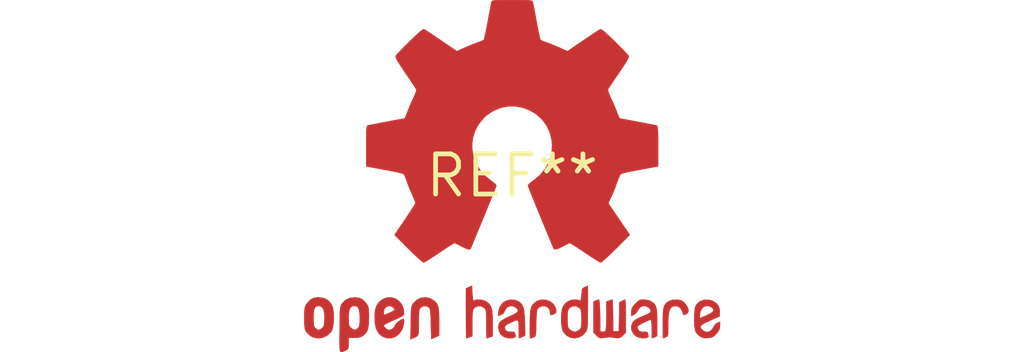
<source format=kicad_pcb>
(kicad_pcb (version 20240108) (generator pcbnew)
  (layers (0 "F.Cu" signal) (31 "B.Cu" signal) (34 "B.Paste" user) (35 "F.Paste" user) (36 "B.SilkS" user "B.Silkscreen") (37 "F.SilkS" user "F.Silkscreen") (38 "B.Mask" user) (39 "F.Mask" user) (44 "Edge.Cuts" user))
  (net 0 "")
  (footprint "OSHW-Logo2_14.6x12mm_Copper" (layer "F.Cu") (at 0 0)
    (property "Reference" "REF**")
    (property "Value" "OSHW-Logo2_14.6x12mm_Copper")
    (fp_poly (pts (xy 5.33569 3.940018) (xy 5.370585 3.955269) (xy 5.453877 4.021235) (xy 5.525103 4.116618) (xy 5.569153 4.218406) (xy 5.576322 4.268587) (xy 5.552285 4.338647) (xy 5.499561 4.375717) (xy 5.443031 4.398164) (xy 5.417146 4.4023) (xy 5.404542 4.372283) (xy 5.379654 4.306961) (xy 5.368735 4.277445) (xy 5.307508 4.175348) (xy 5.218861 4.124423) (xy 5.105193 4.125989) (xy 5.096774 4.127994) (xy 5.036088 4.156767) (xy 4.991474 4.212859) (xy 4.961002 4.303163) (xy 4.942744 4.434571) (xy 4.934771 4.613974) (xy 4.934023 4.709433) (xy 4.933652 4.859913) (xy 4.931223 4.962495) (xy 4.92476 5.027672) (xy 4.912288 5.065938) (xy 4.891833 5.087785) (xy 4.861419 5.103707) (xy 4.859661 5.104509) (xy 4.801091 5.129272) (xy 4.772075 5.138391) (xy 4.767616 5.110822) (xy 4.763799 5.03462) (xy 4.760899 4.919541) (xy 4.759191 4.775341) (xy 4.758851 4.669814) (xy 4.760588 4.465613) (xy 4.767382 4.310697) (xy 4.781607 4.196024) (xy 4.805638 4.112551) (xy 4.841848 4.051236) (xy 4.892612 4.003034) (xy 4.942739 3.969393) (xy 5.063275 3.924619) (xy 5.203557 3.914521) (xy 5.33569 3.940018)) (layer "F.Cu") (stroke (width 0.01)) (fill solid))
    (fp_poly (pts (xy -2.582571 3.877719) (xy -2.488877 3.931914) (xy -2.423736 3.985707) (xy -2.376093 4.042066) (xy -2.343272 4.110987) (xy -2.322594 4.202468) (xy -2.31138 4.326506) (xy -2.306951 4.493098) (xy -2.306437 4.612851) (xy -2.306437 5.053659) (xy -2.430517 5.109283) (xy -2.554598 5.164907) (xy -2.569195 4.682095) (xy -2.575227 4.501779) (xy -2.581555 4.370901) (xy -2.589394 4.280511) (xy -2.599963 4.221664) (xy -2.614477 4.185413) (xy -2.634152 4.16281) (xy -2.640465 4.157917) (xy -2.736112 4.119706) (xy -2.832793 4.134827) (xy -2.890345 4.174943) (xy -2.913755 4.20337) (xy -2.929961 4.240672) (xy -2.940259 4.297223) (xy -2.945951 4.383394) (xy -2.948336 4.509558) (xy -2.948736 4.641042) (xy -2.948814 4.805999) (xy -2.951639 4.922761) (xy -2.961093 5.00151) (xy -2.98106 5.052431) (xy -3.015424 5.085706) (xy -3.068068 5.11152) (xy -3.138383 5.138344) (xy -3.21518 5.167542) (xy -3.206038 4.649346) (xy -3.202357 4.462539) (xy -3.19805 4.32449) (xy -3.191877 4.225568) (xy -3.182598 4.156145) (xy -3.168973 4.10659) (xy -3.149761 4.067273) (xy -3.126598 4.032584) (xy -3.014848 3.92177) (xy -2.878487 3.857689) (xy -2.730175 3.842339) (xy -2.582571 3.877719)) (layer "F.Cu") (stroke (width 0.01)) (fill solid))
    (fp_poly (pts (xy 1.065943 3.92192) (xy 1.198565 3.970859) (xy 1.30601 4.057419) (xy 1.348032 4.118352) (xy 1.393843 4.230161) (xy 1.392891 4.311006) (xy 1.344808 4.365378) (xy 1.327017 4.374624) (xy 1.250204 4.40345) (xy 1.210976 4.396065) (xy 1.197689 4.347658) (xy 1.197012 4.32092) (xy 1.172686 4.222548) (xy 1.109281 4.153734) (xy 1.021154 4.120498) (xy 0.922663 4.128861) (xy 0.842602 4.172296) (xy 0.815561 4.197072) (xy 0.796394 4.227129) (xy 0.783446 4.272565) (xy 0.775064 4.343476) (xy 0.769593 4.44996) (xy 0.765378 4.602112) (xy 0.764287 4.650287) (xy 0.760307 4.815095) (xy 0.755781 4.931088) (xy 0.748995 5.007833) (xy 0.738231 5.054893) (xy 0.721773 5.081835) (xy 0.697906 5.098223) (xy 0.682626 5.105463) (xy 0.617733 5.13022) (xy 0.579534 5.138391) (xy 0.566912 5.111103) (xy 0.559208 5.028603) (xy 0.55638 4.889941) (xy 0.558386 4.694162) (xy 0.559011 4.663965) (xy 0.563421 4.485349) (xy 0.568635 4.354923) (xy 0.576055 4.262492) (xy 0.587082 4.197858) (xy 0.603117 4.150825) (xy 0.625561 4.111196) (xy 0.637302 4.094215) (xy 0.704619 4.01908) (xy 0.77991 3.960638) (xy 0.789128 3.955536) (xy 0.924133 3.91526) (xy 1.065943 3.92192)) (layer "F.Cu") (stroke (width 0.01)) (fill solid))
    (fp_poly (pts (xy 3.580124 3.93984) (xy 3.584579 4.016653) (xy 3.588071 4.133391) (xy 3.590315 4.280821) (xy 3.591035 4.435455) (xy 3.591035 4.958727) (xy 3.498645 5.051117) (xy 3.434978 5.108047) (xy 3.379089 5.131107) (xy 3.302702 5.129647) (xy 3.27238 5.125934) (xy 3.17761 5.115126) (xy 3.099222 5.108933) (xy 3.080115 5.108361) (xy 3.015699 5.112102) (xy 2.923571 5.121494) (xy 2.88785 5.125934) (xy 2.800114 5.132801) (xy 2.741153 5.117885) (xy 2.68269 5.071835) (xy 2.661585 5.051117) (xy 2.569195 4.958727) (xy 2.569195 3.979947) (xy 2.643558 3.946066) (xy 2.70759 3.92097) (xy 2.745052 3.912184) (xy 2.754657 3.93995) (xy 2.763635 4.01753) (xy 2.771386 4.136348) (xy 2.777314 4.287828) (xy 2.780173 4.415805) (xy 2.788161 4.919425) (xy 2.857848 4.929278) (xy 2.921229 4.922389) (xy 2.952286 4.900083) (xy 2.960967 4.858379) (xy 2.968378 4.769544) (xy 2.973931 4.644834) (xy 2.977036 4.495507) (xy 2.977484 4.418661) (xy 2.977931 3.976287) (xy 3.069874 3.944235) (xy 3.134949 3.922443) (xy 3.170347 3.912281) (xy 3.171368 3.912184) (xy 3.17492 3.939809) (xy 3.178823 4.016411) (xy 3.182751 4.132579) (xy 3.186376 4.278904) (xy 3.188908 4.415805) (xy 3.196897 4.919425) (xy 3.372069 4.919425) (xy 3.380107 4.459965) (xy 3.388146 4.000505) (xy 3.473543 3.956344) (xy 3.536593 3.926019) (xy 3.57391 3.912258) (xy 3.574987 3.912184) (xy 3.580124 3.93984)) (layer "F.Cu") (stroke (width 0.01)) (fill solid))
    (fp_poly (pts (xy -1.255402 3.723857) (xy -1.246846 3.843188) (xy -1.237019 3.913506) (xy -1.223401 3.944179) (xy -1.203473 3.944571) (xy -1.197011 3.94091) (xy -1.11106 3.914398) (xy -0.999255 3.915946) (xy -0.885586 3.943199) (xy -0.81449 3.978455) (xy -0.741595 4.034778) (xy -0.688307 4.098519) (xy -0.651725 4.17951) (xy -0.62895 4.287586) (xy -0.617081 4.43258) (xy -0.613218 4.624326) (xy -0.613149 4.661109) (xy -0.613103 5.074288) (xy -0.705046 5.106339) (xy -0.770348 5.128144) (xy -0.806176 5.138297) (xy -0.80723 5.138391) (xy -0.810758 5.11086) (xy -0.813761 5.034923) (xy -0.81601 4.920565) (xy -0.817276 4.777769) (xy -0.817471 4.690951) (xy -0.817877 4.519773) (xy -0.819968 4.397088) (xy -0.825053 4.313) (xy -0.83444 4.257614) (xy -0.849439 4.221032) (xy -0.871358 4.193359) (xy -0.885043 4.180032) (xy -0.979051 4.126328) (xy -1.081636 4.122307) (xy -1.17471 4.167725) (xy -1.191922 4.184123) (xy -1.217168 4.214957) (xy -1.23468 4.251531) (xy -1.245858 4.304415) (xy -1.252104 4.384177) (xy -1.254818 4.501385) (xy -1.255402 4.662991) (xy -1.255402 5.074288) (xy -1.347345 5.106339) (xy -1.412647 5.128144) (xy -1.448475 5.138297) (xy -1.449529 5.138391) (xy -1.452225 5.110448) (xy -1.454655 5.03163) (xy -1.456722 4.909453) (xy -1.458329 4.751432) (xy -1.459377 4.565083) (xy -1.459769 4.35792) (xy -1.45977 4.348706) (xy -1.45977 3.55902) (xy -1.364885 3.518997) (xy -1.27 3.478973) (xy -1.255402 3.723857)) (layer "F.Cu") (stroke (width 0.01)) (fill solid))
    (fp_poly (pts (xy -5.951779 3.866015) (xy -5.814939 3.937968) (xy -5.713949 4.053766) (xy -5.678075 4.128213) (xy -5.650161 4.239992) (xy -5.635871 4.381227) (xy -5.634516 4.535371) (xy -5.645405 4.685879) (xy -5.667847 4.816205) (xy -5.70115 4.909803) (xy -5.711385 4.925922) (xy -5.832618 5.046249) (xy -5.976613 5.118317) (xy -6.132861 5.139408) (xy -6.290852 5.106802) (xy -6.33482 5.087253) (xy -6.420444 5.027012) (xy -6.495592 4.947135) (xy -6.502694 4.937004) (xy -6.531561 4.888181) (xy -6.550643 4.83599) (xy -6.561916 4.767285) (xy -6.567355 4.668918) (xy -6.568938 4.527744) (xy -6.568965 4.496092) (xy -6.568893 4.486019) (xy -6.277011 4.486019) (xy -6.275313 4.619256) (xy -6.268628 4.707674) (xy -6.254575 4.764785) (xy -6.230771 4.804102) (xy -6.218621 4.817241) (xy -6.148764 4.867172) (xy -6.080941 4.864895) (xy -6.012365 4.821584) (xy -5.971465 4.775346) (xy -5.947242 4.707857) (xy -5.933639 4.601433) (xy -5.932706 4.58902) (xy -5.930384 4.396147) (xy -5.95465 4.2529) (xy -6.005176 4.16016) (xy -6.081632 4.118807) (xy -6.108924 4.116552) (xy -6.180589 4.127893) (xy -6.22961 4.167184) (xy -6.259582 4.242326) (xy -6.274101 4.361222) (xy -6.277011 4.486019) (xy -6.568893 4.486019) (xy -6.567878 4.345659) (xy -6.563312 4.240549) (xy -6.553312 4.167714) (xy -6.535921 4.114108) (xy -6.509184 4.066681) (xy -6.503276 4.057864) (xy -6.403968 3.939007) (xy -6.295758 3.870008) (xy -6.164019 3.842619) (xy -6.119283 3.841281) (xy -5.951779 3.866015)) (layer "F.Cu") (stroke (width 0.01)) (fill solid))
    (fp_poly (pts (xy 6.343439 3.95654) (xy 6.45895 4.032034) (xy 6.514664 4.099617) (xy 6.558804 4.222255) (xy 6.562309 4.319298) (xy 6.554368 4.449056) (xy 6.255115 4.580039) (xy 6.109611 4.646958) (xy 6.014537 4.70079) (xy 5.965101 4.747416) (xy 5.956511 4.79272) (xy 5.983972 4.842582) (xy 6.014253 4.875632) (xy 6.102363 4.928633) (xy 6.198196 4.932347) (xy 6.286212 4.891041) (xy 6.350869 4.808983) (xy 6.362433 4.780008) (xy 6.417825 4.689509) (xy 6.481553 4.65094) (xy 6.568966 4.617946) (xy 6.568966 4.743034) (xy 6.561238 4.828156) (xy 6.530966 4.899938) (xy 6.467518 4.982356) (xy 6.458088 4.993066) (xy 6.387513 5.066391) (xy 6.326847 5.105742) (xy 6.25095 5.123845) (xy 6.18803 5.129774) (xy 6.075487 5.131251) (xy 5.99537 5.112535) (xy 5.94539 5.084747) (xy 5.866838 5.023641) (xy 5.812463 4.957554) (xy 5.778052 4.874441) (xy 5.759388 4.762254) (xy 5.752256 4.608946) (xy 5.751687 4.531136) (xy 5.753622 4.437853) (xy 5.929899 4.437853) (xy 5.931944 4.487896) (xy 5.937039 4.496092) (xy 5.970666 4.484958) (xy 6.04303 4.455493) (xy 6.139747 4.413601) (xy 6.159973 4.404597) (xy 6.282203 4.342442) (xy 6.349547 4.287815) (xy 6.364348 4.236649) (xy 6.328947 4.184876) (xy 6.299711 4.162) (xy 6.194216 4.11625) (xy 6.095476 4.123808) (xy 6.012812 4.179651) (xy 5.955548 4.278753) (xy 5.937188 4.357414) (xy 5.929899 4.437853) (xy 5.753622 4.437853) (xy 5.755459 4.349351) (xy 5.769359 4.214853) (xy 5.796894 4.116916) (xy 5.841572 4.044811) (xy 5.906901 3.987813) (xy 5.935383 3.969393) (xy 6.064763 3.921422) (xy 6.206412 3.918403) (xy 6.343439 3.95654)) (layer "F.Cu") (stroke (width 0.01)) (fill solid))
    (fp_poly (pts (xy 2.393914 4.154455) (xy 2.393543 4.372661) (xy 2.392108 4.540519) (xy 2.389002 4.66607) (xy 2.383622 4.757355) (xy 2.375362 4.822415) (xy 2.363616 4.869291) (xy 2.347781 4.906024) (xy 2.33579 4.926991) (xy 2.23649 5.040694) (xy 2.110588 5.111965) (xy 1.971291 5.137538) (xy 1.831805 5.11415) (xy 1.748743 5.072119) (xy 1.661545 4.999411) (xy 1.602117 4.910612) (xy 1.566261 4.79432) (xy 1.549781 4.639135) (xy 1.547447 4.525287) (xy 1.547761 4.517106) (xy 1.751724 4.517106) (xy 1.75297 4.647657) (xy 1.758678 4.73408) (xy 1.771804 4.790618) (xy 1.795306 4.831514) (xy 1.823386 4.862362) (xy 1.917688 4.921905) (xy 2.01894 4.926992) (xy 2.114636 4.877279) (xy 2.122084 4.870543) (xy 2.153874 4.835502) (xy 2.173808 4.793811) (xy 2.1846 4.731762) (xy 2.188965 4.635644) (xy 2.189655 4.529379) (xy 2.188159 4.39588) (xy 2.181964 4.306822) (xy 2.168514 4.248293) (xy 2.145251 4.206382) (xy 2.126175 4.184123) (xy 2.037563 4.127985) (xy 1.935508 4.121235) (xy 1.838095 4.164114) (xy 1.819296 4.180032) (xy 1.787293 4.215382) (xy 1.767318 4.257502) (xy 1.756593 4.320251) (xy 1.752339 4.417487) (xy 1.751724 4.517106) (xy 1.547761 4.517106) (xy 1.554504 4.341947) (xy 1.578472 4.204195) (xy 1.623548 4.100632) (xy 1.693928 4.019856) (xy 1.748743 3.978455) (xy 1.848376 3.933728) (xy 1.963855 3.912967) (xy 2.071199 3.918525) (xy 2.131264 3.940943) (xy 2.154835 3.947323) (xy 2.170477 3.923535) (xy 2.181395 3.859788) (xy 2.189655 3.762687) (xy 2.198699 3.654541) (xy 2.211261 3.589475) (xy 2.234119 3.552268) (xy 2.274051 3.527699) (xy 2.299138 3.516819) (xy 2.394023 3.477072) (xy 2.393914 4.154455)) (layer "F.Cu") (stroke (width 0.01)) (fill solid))
    (fp_poly (pts (xy -3.684448 3.884676) (xy -3.569342 3.962111) (xy -3.480389 4.073949) (xy -3.427251 4.216265) (xy -3.416503 4.321015) (xy -3.417724 4.364726) (xy -3.427944 4.398194) (xy -3.456039 4.428179) (xy -3.510884 4.46144) (xy -3.601355 4.504738) (xy -3.736328 4.564833) (xy -3.737011 4.565134) (xy -3.861249 4.622037) (xy -3.963127 4.672565) (xy -4.032233 4.71128) (xy -4.058154 4.73274) (xy -4.058161 4.732913) (xy -4.035315 4.779644) (xy -3.981891 4.831154) (xy -3.920558 4.868261) (xy -3.889485 4.875632) (xy -3.804711 4.850138) (xy -3.731707 4.786291) (xy -3.696087 4.716094) (xy -3.66182 4.664343) (xy -3.594697 4.605409) (xy -3.515792 4.554496) (xy -3.446179 4.526809) (xy -3.431623 4.525287) (xy -3.415237 4.550321) (xy -3.41425 4.614311) (xy -3.426292 4.700593) (xy -3.448993 4.792501) (xy -3.479986 4.873369) (xy -3.481552 4.876509) (xy -3.574819 5.006734) (xy -3.695696 5.095311) (xy -3.832973 5.138786) (xy -3.97544 5.133706) (xy -4.111888 5.076616) (xy -4.117955 5.072602) (xy -4.22529 4.975326) (xy -4.295868 4.848409) (xy -4.334926 4.681526) (xy -4.340168 4.634639) (xy -4.349452 4.413329) (xy -4.338322 4.310124) (xy -4.058161 4.310124) (xy -4.054521 4.374503) (xy -4.034611 4.393291) (xy -3.984974 4.379235) (xy -3.906733 4.346009) (xy -3.819274 4.304359) (xy -3.817101 4.303256) (xy -3.74297 4.264265) (xy -3.713219 4.238244) (xy -3.720555 4.210965) (xy -3.751447 4.175121) (xy -3.83004 4.123251) (xy -3.914677 4.119439) (xy -3.990597 4.157189) (xy -4.043035 4.230001) (xy -4.058161 4.310124) (xy -4.338322 4.310124) (xy -4.330356 4.236261) (xy -4.281366 4.095829) (xy -4.213164 3.997447) (xy -4.090065 3.89803) (xy -3.954472 3.848711) (xy -3.816045 3.845568) (xy -3.684448 3.884676)) (layer "F.Cu") (stroke (width 0.01)) (fill solid))
    (fp_poly (pts (xy 0.079944 3.92436) (xy 0.194343 3.966842) (xy 0.195652 3.967658) (xy 0.266403 4.01973) (xy 0.318636 4.080584) (xy 0.355371 4.159887) (xy 0.379634 4.267309) (xy 0.394445 4.412517) (xy 0.402829 4.605179) (xy 0.403564 4.632628) (xy 0.41412 5.046521) (xy 0.325291 5.092456) (xy 0.261018 5.123498) (xy 0.22221 5.138206) (xy 0.220415 5.138391) (xy 0.2137 5.11125) (xy 0.208365 5.038041) (xy 0.205083 4.931081) (xy 0.204368 4.844469) (xy 0.204351 4.704162) (xy 0.197937 4.616051) (xy 0.17558 4.574025) (xy 0.127732 4.571975) (xy 0.044849 4.60379) (xy -0.080287 4.662272) (xy -0.172303 4.710845) (xy -0.219629 4.752986) (xy -0.233542 4.798916) (xy -0.233563 4.801189) (xy -0.210605 4.880311) (xy -0.14263 4.923055) (xy -0.038602 4.929246) (xy 0.03633 4.928172) (xy 0.075839 4.949753) (xy 0.100478 5.001591) (xy 0.114659 5.067632) (xy 0.094223 5.105104) (xy 0.086528 5.110467) (xy 0.014083 5.132006) (xy -0.087367 5.135055) (xy -0.191843 5.120778) (xy -0.265875 5.094688) (xy -0.368228 5.007785) (xy -0.426409 4.886816) (xy -0.437931 4.792308) (xy -0.429138 4.707062) (xy -0.39732 4.637476) (xy -0.334316 4.575672) (xy -0.231969 4.513772) (xy -0.082118 4.443897) (xy -0.072988 4.439948) (xy 0.061997 4.377588) (xy 0.145294 4.326446) (xy 0.180997 4.280488) (xy 0.173203 4.233683) (xy 0.126007 4.179998) (xy 0.111894 4.167644) (xy 0.017359 4.119741) (xy -0.080594 4.121758) (xy -0.165903 4.168724) (xy -0.222504 4.255669) (xy -0.227763 4.272734) (xy -0.278977 4.355504) (xy -0.343963 4.395372) (xy -0.437931 4.434882) (xy -0.437931 4.332658) (xy -0.409347 4.184072) (xy -0.324505 4.047784) (xy -0.280355 4.002191) (xy -0.179995 3.943674) (xy -0.052365 3.917184) (xy 0.079944 3.92436)) (layer "F.Cu") (stroke (width 0.01)) (fill solid))
    (fp_poly (pts (xy -4.8281 3.861903) (xy -4.71655 3.917522) (xy -4.618092 4.019931) (xy -4.590977 4.057864) (xy -4.561438 4.1075) (xy -4.542272 4.161412) (xy -4.531307 4.233364) (xy -4.526371 4.337122) (xy -4.525287 4.474101) (xy -4.530182 4.661815) (xy -4.547196 4.802758) (xy -4.579823 4.907908) (xy -4.631558 4.988243) (xy -4.705896 5.054741) (xy -4.711358 5.058678) (xy -4.78462 5.098953) (xy -4.87284 5.11888) (xy -4.985038 5.123793) (xy -5.167433 5.123793) (xy -5.167509 5.300857) (xy -5.169207 5.39947) (xy -5.17955 5.457314) (xy -5.206578 5.492006) (xy -5.258332 5.521164) (xy -5.270761 5.527121) (xy -5.328923 5.555039) (xy -5.373956 5.572672) (xy -5.407441 5.574194) (xy -5.430962 5.553781) (xy -5.4461 5.505607) (xy -5.454437 5.423846) (xy -5.457556 5.302672) (xy -5.45704 5.13626) (xy -5.454471 4.918785) (xy -5.453668 4.853736) (xy -5.450778 4.629502) (xy -5.448188 4.482821) (xy -5.167586 4.482821) (xy -5.166009 4.607326) (xy -5.159 4.688787) (xy -5.143142 4.742515) (xy -5.115019 4.783823) (xy -5.095925 4.803971) (xy -5.017865 4.862921) (xy -4.948753 4.86772) (xy -4.87744 4.819038) (xy -4.875632 4.817241) (xy -4.846617 4.779618) (xy -4.828967 4.728484) (xy -4.820064 4.649738) (xy -4.817291 4.529276) (xy -4.817241 4.502588) (xy -4.823942 4.336583) (xy -4.845752 4.221505) (xy -4.885235 4.151254) (xy -4.944956 4.119729) (xy -4.979472 4.116552) (xy -5.061389 4.13146) (xy -5.117579 4.180548) (xy -5.151402 4.270362) (xy -5.16622 4.407445) (xy -5.167586 4.482821) (xy -5.448188 4.482821) (xy -5.447713 4.455952) (xy -5.443753 4.325382) (xy -5.438174 4.230087) (xy -5.430254 4.162364) (xy -5.419269 4.114507) (xy -5.404499 4.078813) (xy -5.385218 4.047578) (xy -5.376951 4.035824) (xy -5.267288 3.924797) (xy -5.128635 3.861847) (xy -4.968246 3.844297) (xy -4.8281 3.861903)) (layer "F.Cu") (stroke (width 0.01)) (fill solid))
    (fp_poly (pts (xy 4.314406 3.935156) (xy 4.398469 3.973393) (xy 4.46445 4.019726) (xy 4.512794 4.071532) (xy 4.546172 4.138363) (xy 4.567253 4.229769) (xy 4.578707 4.355301) (xy 4.583203 4.524508) (xy 4.583678 4.635933) (xy 4.583678 5.070627) (xy 4.509316 5.104509) (xy 4.450746 5.129272) (xy 4.42173 5.138391) (xy 4.416179 5.111257) (xy 4.411775 5.038094) (xy 4.409078 4.931263) (xy 4.408506 4.846437) (xy 4.406046 4.723887) (xy 4.399412 4.626668) (xy 4.389726 4.567134) (xy 4.382032 4.554483) (xy 4.330311 4.567402) (xy 4.249117 4.600539) (xy 4.155102 4.645461) (xy 4.064917 4.693735) (xy 3.995215 4.736928) (xy 3.962648 4.766608) (xy 3.962519 4.766929) (xy 3.96532 4.821857) (xy 3.990439 4.874292) (xy 4.034541 4.916881) (xy 4.098909 4.931126) (xy 4.153921 4.929466) (xy 4.231835 4.928245) (xy 4.272732 4.946498) (xy 4.297295 4.994726) (xy 4.300392 5.00382) (xy 4.31104 5.072598) (xy 4.282565 5.11436) (xy 4.208344 5.134263) (xy 4.128168 5.137944) (xy 3.98389 5.110658) (xy 3.909203 5.07169) (xy 3.816963 4.980148) (xy 3.768043 4.867782) (xy 3.763654 4.749051) (xy 3.805001 4.638411) (xy 3.867197 4.56908) (xy 3.929294 4.530265) (xy 4.026895 4.481125) (xy 4.140632 4.431292) (xy 4.15959 4.423677) (xy 4.284521 4.368545) (xy 4.356539 4.319954) (xy 4.3797 4.271647) (xy 4.358064 4.21737) (xy 4.32092 4.174943) (xy 4.233127 4.122702) (xy 4.13653 4.118784) (xy 4.047944 4.159041) (xy 3.984186 4.239326) (xy 3.975817 4.26004) (xy 3.927096 4.336225) (xy 3.855965 4.392785) (xy 3.766207 4.439201) (xy 3.766207 4.307584) (xy 3.77149 4.227168) (xy 3.794142 4.163786) (xy 3.844367 4.096163) (xy 3.892582 4.044076) (xy 3.967554 3.970322) (xy 4.025806 3.930702) (xy 4.088372 3.91481) (xy 4.159193 3.912184) (xy 4.314406 3.935156)) (layer "F.Cu") (stroke (width 0.01)) (fill solid))
    (fp_poly (pts (xy 0.209014 -5.547002) (xy 0.367006 -5.546137) (xy 0.481347 -5.543795) (xy 0.559407 -5.539238) (xy 0.608554 -5.53173) (xy 0.636159 -5.520534) (xy 0.649592 -5.504912) (xy 0.656221 -5.484127) (xy 0.656865 -5.481437) (xy 0.666935 -5.432887) (xy 0.685575 -5.337095) (xy 0.710845 -5.204257) (xy 0.740807 -5.044569) (xy 0.773522 -4.868226) (xy 0.774664 -4.862033) (xy 0.807433 -4.689218) (xy 0.838093 -4.536531) (xy 0.864664 -4.413129) (xy 0.885167 -4.328169) (xy 0.897626 -4.29081) (xy 0.89822 -4.290148) (xy 0.934919 -4.271905) (xy 1.010586 -4.241503) (xy 1.108878 -4.205507) (xy 1.109425 -4.205315) (xy 1.233233 -4.158778) (xy 1.379196 -4.099496) (xy 1.516781 -4.039891) (xy 1.523293 -4.036944) (xy 1.74739 -3.935235) (xy 2.243619 -4.274103) (xy 2.395846 -4.377408) (xy 2.533741 -4.469763) (xy 2.649315 -4.545916) (xy 2.734579 -4.600615) (xy 2.781544 -4.628607) (xy 2.786004 -4.630683) (xy 2.820134 -4.62144) (xy 2.883881 -4.576844) (xy 2.979731 -4.494791) (xy 3.110169 -4.373179) (xy 3.243328 -4.243795) (xy 3.371694 -4.116298) (xy 3.486581 -3.999954) (xy 3.581073 -3.901948) (xy 3.648253 -3.829464) (xy 3.681206 -3.789687) (xy 3.682432 -3.787639) (xy 3.686074 -3.760344) (xy 3.67235 -3.715766) (xy 3.637869 -3.647888) (xy 3.579239 -3.550689) (xy 3.49307 -3.418149) (xy 3.3782 -3.247524) (xy 3.276254 -3.097345) (xy 3.185123 -2.96265) (xy 3.110073 -2.85126) (xy 3.056369 -2.770995) (xy 3.02928 -2.729675) (xy 3.027574 -2.72687) (xy 3.030882 -2.687279) (xy 3.055953 -2.610331) (xy 3.097798 -2.510568) (xy 3.112712 -2.478709) (xy 3.177786 -2.336774) (xy 3.247212 -2.175727) (xy 3.303609 -2.036379) (xy 3.344247 -1.932956) (xy 3.376526 -1.854358) (xy 3.395178 -1.81328) (xy 3.397497 -1.810115) (xy 3.431803 -1.804872) (xy 3.512669 -1.790506) (xy 3.629343 -1.769063) (xy 3.771075 -1.742587) (xy 3.92711 -1.713123) (xy 4.086698 -1.682717) (xy 4.239085 -1.653412) (xy 4.373521 -1.627255) (xy 4.479252 -1.60629) (xy 4.545526 -1.592561) (xy 4.561782 -1.58868) (xy 4.578573 -1.5791) (xy 4.591249 -1.557464) (xy 4.600378 -1.516469) (xy 4.606531 -1.448811) (xy 4.61028 -1.347188) (xy 4.612192 -1.204297) (xy 4.61284 -1.012835) (xy 4.612874 -0.934355) (xy 4.612874 -0.296094) (xy 4.459598 -0.26584) (xy 4.374322 -0.249436) (xy 4.24707 -0.225491) (xy 4.093315 -0.196893) (xy 3.928534 -0.166533) (xy 3.882989 -0.158194) (xy 3.730932 -0.12863) (xy 3.598468 -0.099558) (xy 3.496714 -0.073671) (xy 3.436788 -0.053663) (xy 3.426805 -0.047699) (xy 3.402293 -0.005466) (xy 3.367148 0.07637) (xy 3.328173 0.181683) (xy 3.320442 0.204368) (xy 3.26936 0.345018) (xy 3.205954 0.503714) (xy 3.143904 0.646225) (xy 3.143598 0.646886) (xy 3.040267 0.87044) (xy 3.719961 1.870232) (xy 3.283621 2.3073) (xy 3.151649 2.437381) (xy 3.031279 2.552048) (xy 2.929273 2.645181) (xy 2.852391 2.710658) (xy 2.807393 2.742357) (xy 2.800938 2.744368) (xy 2.76304 2.728529) (xy 2.685708 2.684496) (xy 2.577389 2.61749) (xy 2.446532 2.532734) (xy 2.305052 2.437816) (xy 2.161461 2.340998) (xy 2.033435 2.256751) (xy 1.929105 2.190258) (xy 1.8566 2.146702) (xy 1.824158 2.131264) (xy 1.784576 2.144328) (xy 1.709519 2.17875) (xy 1.614468 2.22738) (xy 1.604392 2.232785) (xy 1.476391 2.29698) (xy 1.388618 2.328463) (xy 1.334028 2.328798) (xy 1.305575 2.299548) (xy 1.30541 2.299138) (xy 1.291188 2.264498) (xy 1.257269 2.182269) (xy 1.206284 2.058814) (xy 1.140862 1.900498) (xy 1.063634 1.713686) (xy 0.977229 1.504742) (xy 0.893551 1.302446) (xy 0.801588 1.0792) (xy 0.71715 0.872392) (xy 0.642769 0.688362) (xy 0.580974 0.533451) (xy 0.534297 0.413996) (xy 0.505268 0.336339) (xy 0.496322 0.307356) (xy 0.518756 0.27411) (xy 0.577439 0.221123) (xy 0.655689 0.162704) (xy 0.878534 -0.022048) (xy 1.052718 -0.233818) (xy 1.176154 -0.468144) (xy 1.246754 -0.720566) (xy 1.262431 -0.986623) (xy 1.251036 -1.109425) (xy 1.18895 -1.364207) (xy 1.082023 -1.589199) (xy 0.936889 -1.782183) (xy 0.760178 -1.940939) (xy 0.558522 -2.06325) (xy 0.338554 -2.146895) (xy 0.106906 -2.189656) (xy -0.129791 -2.189313) (xy -0.364905 -2.143648) (xy -0.591804 -2.050441) (xy -0.803856 -1.907473) (xy -0.892364 -1.826617) (xy -1.062111 -1.618993) (xy -1.180301 -1.392105) (xy -1.247722 -1.152567) (xy -1.26516 -0.906993) (xy -1.233402 -0.661997) (xy -1.153235 -0.424192) (xy -1.025445 -0.200193) (xy -0.85082 0.003387) (xy -0.655688 0.162704) (xy -0.574409 0.223602) (xy -0.516991 0.276015) (xy -0.496322 0.307406) (xy -0.507144 0.341639) (xy -0.537923 0.423419) (xy -0.586126 0.546407) (xy -0.649222 0.704263) (xy -0.724678 0.890649) (xy -0.809962 1.099226) (xy -0.893781 1.302496) (xy -0.986255 1.525933) (xy -1.071911 1.732984) (xy -1.148118 1.917286) (xy -1.212247 2.072475) (xy -1.261668 2.192188) (xy -1.293752 2.270061) (xy -1.305641 2.299138) (xy -1.333726 2.328677) (xy -1.388051 2.328591) (xy -1.475605 2.297326) (xy -1.603381 2.233329) (xy -1.604392 2.232785) (xy -1.700598 2.183121) (xy -1.778369 2.146945) (xy -1.822223 2.131408) (xy -1.824158 2.131264) (xy -1.857171 2.147024) (xy -1.930054 2.19085) (xy -2.034678 2.257557) (xy -2.16291 2.341964) (xy -2.305052 2.437816) (xy -2.449767 2.534867) (xy -2.580196 2.61927) (xy -2.68789 2.685801) (xy -2.764402 2.729238) (xy -2.800938 2.744368) (xy -2.834582 2.724482) (xy -2.902224 2.668903) (xy -2.997107 2.583754) (xy -3.11247 2.475153) (xy -3.241555 2.349221) (xy -3.283771 2.307149) (xy -3.720261 1.869931) (xy -3.388023 1.38234) (xy -3.287054 1.232605) (xy -3.198438 1.09822) (xy -3.127146 0.986969) (xy -3.07815 0.906639) (xy -3.056422 0.865014) (xy -3.055785 0.862053) (xy -3.06724 0.822818) (xy -3.098051 0.743895) (xy -3.142884 0.638509) (xy -3.174353 0.567954) (xy -3.233192 0.432876) (xy -3.288604 0.296409) (xy -3.331564 0.181103) (xy -3.343234 0.145977) (xy -3.376389 0.052174) (xy -3.408799 -0.020306) (xy -3.426601 -0.047699) (xy -3.465886 -0.064464) (xy -3.551626 -0.08823) (xy -3.672697 -0.116303) (xy -3.817973 -0.145991) (xy -3.882988 -0.158194) (xy -4.048087 -0.188532) (xy -4.206448 -0.217907) (xy -4.342596 -0.243431) (xy -4.441057 -0.262215) (xy -4.459598 -0.26584) (xy -4.612873 -0.296094) (xy -4.612873 -0.934355) (xy -4.612529 -1.14423) (xy -4.611116 -1.30302) (xy -4.608064 -1.418027) (xy -4.602803 -1.496554) (xy -4.594763 -1.545904) (xy -4.583373 -1.573381) (xy -4.568063 -1.586287) (xy -4.561782 -1.58868) (xy -4.523896 -1.597167) (xy -4.440195 -1.6141) (xy -4.321433 -1.637434) (xy -4.178361 -1.665125) (xy -4.021732 -1.695127) (xy -3.862297 -1.725396) (xy -3.710809 -1.753885) (xy -3.578019 -1.778551) (xy -3.474681 -1.797349) (xy -3.411545 -1.808233) (xy -3.397497 -1.810115) (xy -3.38477 -1.835296) (xy -3.3566 -1.902378) (xy -3.318252 -1.998667) (xy -3.303609 -2.036379) (xy -3.244548 -2.182079) (xy -3.175 -2.343049) (xy -3.112712 -2.478709) (xy -3.066879 -2.582439) (xy -3.036387 -2.667674) (xy -3.026208 -2.719874) (xy -3.027831 -2.72687) (xy -3.049343 -2.759898) (xy -3.098465 -2.833357) (xy -3.169923 -2.939423) (xy -3.258445 -3.070274) (xy -3.358759 -3.218088) (xy -3.378594 -3.247266) (xy -3.494988 -3.420137) (xy -3.580548 -3.551774) (xy -3.638684 -3.648239) (xy -3.672808 -3.715592) (xy -3.686331 -3.759894) (xy -3.682664 -3.787206) (xy -3.68257 -3.78738) (xy -3.653707 -3.823254) (xy -3.589867 -3.892609) (xy -3.497969 -3.988255) (xy -3.384933 -4.103001) (xy -3.257679 -4.229659) (xy -3.243328 -4.243795) (xy -3.082957 -4.399097) (xy -2.959195 -4.51313) (xy -2.869555 -4.587998) (xy -2.811552 -4.625804) (xy -2.786004 -4.630683) (xy -2.748718 -4.609397) (xy -2.671343 -4.560227) (xy -2.561867 -4.488425) (xy -2.42828 -4.399245) (xy -2.27857 -4.297937) (xy -2.243618 -4.274103) (xy -1.74739 -3.935235) (xy -1.523293 -4.036944) (xy -1.387011 -4.096217) (xy -1.240724 -4.15583) (xy -1.114965 -4.20336) (xy -1.109425 -4.205315) (xy -1.011057 -4.241323) (xy -0.935229 -4.271771) (xy -0.898282 -4.290095) (xy -0.89822 -4.290148) (xy -0.886496 -4.323271) (xy -0.866568 -4.404733) (xy -0.840413 -4.525375) (xy -0.81001 -4.676041) (xy -0.777337 -4.847572) (xy -0.774664 -4.862033) (xy -0.74189 -5.038765) (xy -0.711802 -5.19919) (xy -0.686339 -5.333112) (xy -0.667441 -5.430337) (xy -0.657047 -5.480668) (xy -0.656865 -5.481437) (xy -0.650539 -5.502847) (xy -0.638239 -5.519012) (xy -0.612594 -5.530669) (xy -0.566235 -5.538555) (xy -0.491792 -5.543407) (xy -0.381895 -5.545961) (xy -0.229175 -5.546955) (xy -0.026262 -5.547126) (xy 0 -5.547126) (xy 0.209014 -5.547002)) (layer "F.Cu") (stroke (width 0.01)) (fill solid))
  )
)
</source>
